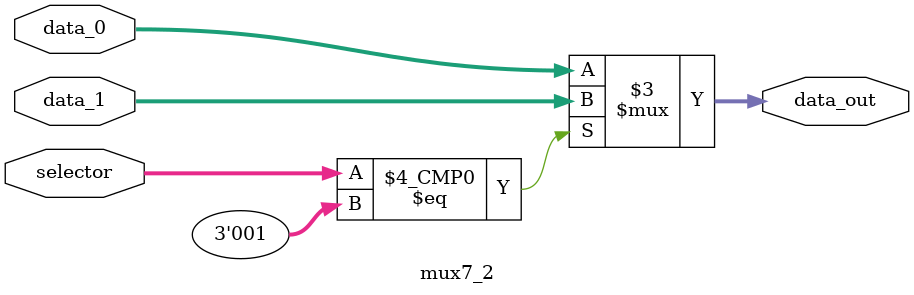
<source format=v>
module mux7_2 (
    input wire [2:0] selector,
    input wire [31:0] data_0,
    input wire [31:0] data_1,
    output reg [31:0] data_out
);

    always @(selector or data_0 or data_1) begin
        case(selector)
            3'b000: data_out = data_0;
            3'b001: data_out = data_1;
            default: data_out = data_0;    
        endcase
    end
    
endmodule
</source>
